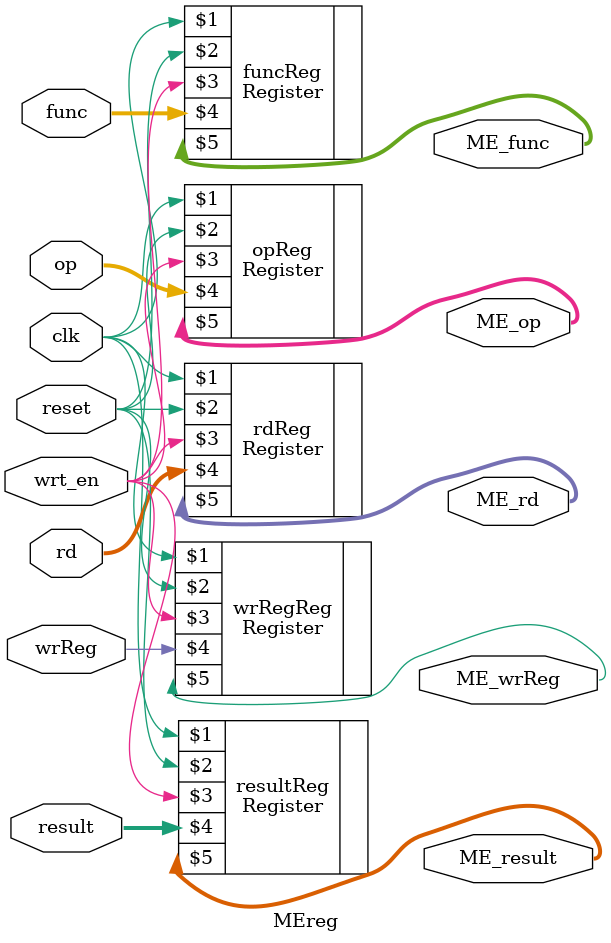
<source format=v>
module MEreg(wrt_en, reset, clk, op, func, result, rd, wrReg,
				 ME_func, ME_op, ME_result, ME_rd, ME_wrReg); 

	parameter DBITS = 32; 
	parameter REG_INDEX_BIT_WIDTH = 4; 

	input wrt_en, reset, clk; 
	input [3:0] op, func;
	input [DBITS-1:0] result; 
	input [REG_INDEX_BIT_WIDTH-1:0] rd; 
	input wrReg;
	
	output reg[3:0] ME_func, ME_op;
	output reg[DBITS-1:0] ME_result;
	output reg[REG_INDEX_BIT_WIDTH-1:0] ME_rd;
	output reg ME_wrReg;
	
	Register #(4, 0) opReg(clk, reset, wrt_en, op, ME_op);
	Register #(4, 0) funcReg(clk, reset, wrt_en, func, ME_func);
	Register #(DBITS,0) resultReg(clk, reset, wrt_en, result, ME_result); 
	Register #(REG_INDEX_BIT_WIDTH,0) rdReg(clk, reset, wrt_en, rd, ME_rd);
	Register #(1,0) wrRegReg(clk, reset, wrt_en, wrReg, ME_wrReg);

endmodule

</source>
